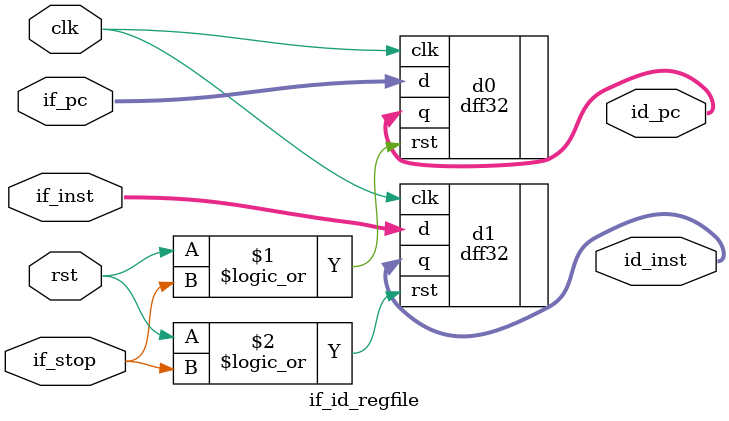
<source format=v>
`timescale 1ns / 1ps


module if_id_regfile(
input wire [31:0]if_pc,if_inst,
output wire [31:0]id_pc,id_inst,

input wire clk,rst,if_stop
    );

dff32 d0(   .clk(clk),
            .rst(rst || if_stop),
            .d(if_pc),
            .q(id_pc));
            
dff32 d1(   .clk(clk),
            .rst(rst || if_stop),
            .d(if_inst),
            .q(id_inst));
endmodule

</source>
